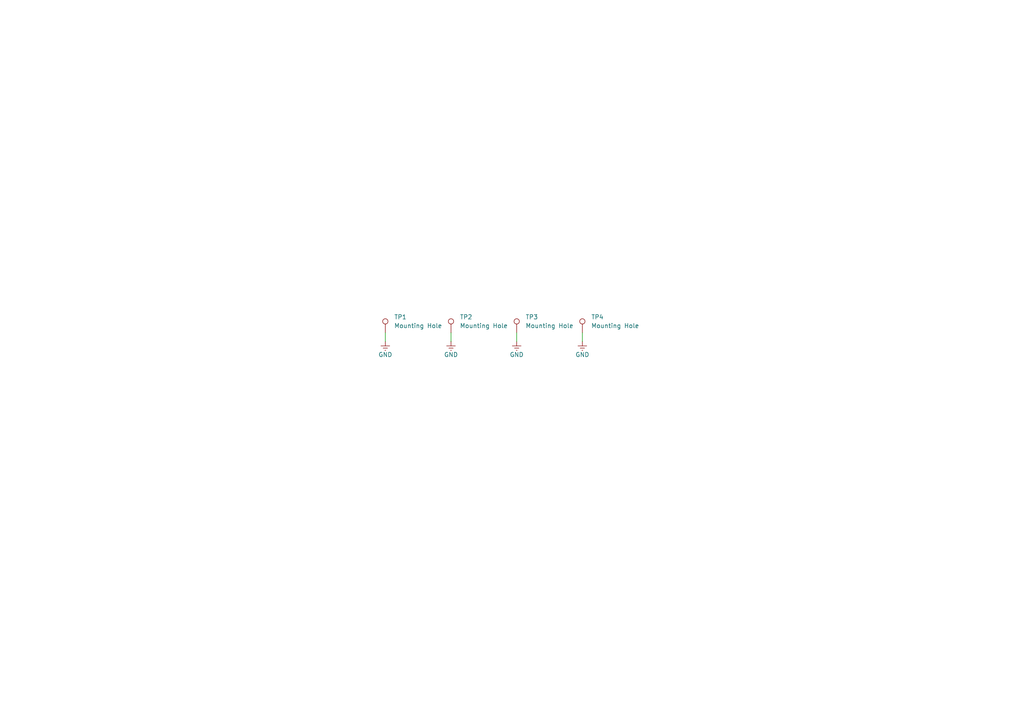
<source format=kicad_sch>
(kicad_sch (version 20231120) (generator "eeschema") (generator_version "8.0")
  (paper "A4")
  (lib_symbols
    (symbol "Connector:TestPoint" (pin_numbers hide) (pin_names (offset 0.762) hide)
      (property "Reference" "TP" (at 0 6.858 0))
      (property "Value" "TestPoint" (at 0 5.08 0))
      (symbol "TestPoint_0_1"
        (circle (center 0 3.302) (radius 0.762))
      )
      (symbol "TestPoint_1_1"
        (pin passive line (at 0 0 90) (length 2.54) (name "1") (number "1"))
      )
    )
    (symbol "power:GND" (power) (pin_numbers hide) (pin_names (offset 0) hide)
      (property "Value" "GND" (at 0 -3.81 0))
      (symbol "GND_0_1"
        (polyline (pts (xy -0.635 -1.905) (xy 0.635 -1.905)))
        (polyline (pts (xy -0.127 -2.54) (xy 0.127 -2.54)))
        (polyline (pts (xy 0 -1.27) (xy 0 0)))
        (polyline (pts (xy 1.27 -1.27) (xy -1.27 -1.27)))
      )
      (symbol "GND_1_1"
        (pin power_in line (at 0 0 270) (length 0) (name "~") (number "1"))
      )
    )
  )
  (wire (pts (xy 149.86 96.52) (xy 149.86 99.06)))
  (wire (pts (xy 168.91 96.52) (xy 168.91 99.06)))
  (wire (pts (xy 130.81 96.52) (xy 130.81 99.06)))
  (wire (pts (xy 111.76 96.52) (xy 111.76 99.06)))
  (symbol (lib_id "Connector:TestPoint") (at 149.86 96.52 0) (unit 1)
    (property "Reference" "TP3" (at 152.4 91.9479 0) (effects (justify left)))
    (property "Value" "Mounting Hole" (at 152.4 94.4879 0) (effects (justify left)))
    (property "Footprint" "MountingHole:MountingHole_2.2mm_M2_Pad_Via" (effects (hide yes)))
    (property "Description" "test point" (effects (hide yes)))
  )
  (symbol (lib_id "Connector:TestPoint") (at 130.81 96.52 0) (unit 1)
    (property "Reference" "TP2" (at 133.35 91.9479 0) (effects (justify left)))
    (property "Value" "Mounting Hole" (at 133.35 94.4879 0) (effects (justify left)))
    (property "Footprint" "MountingHole:MountingHole_2.2mm_M2_Pad_Via" (effects (hide yes)))
    (property "Description" "test point" (effects (hide yes)))
  )
  (symbol (lib_id "power:GND") (at 149.86 99.06 0) (unit 1)
    (property "Reference" "#PWR03" (effects (hide yes)))
    (property "Value" "GND" (at 149.86 102.87 0))
    (property "Description" "Power symbol creates a global label with name \"GND\" , ground" (effects (hide yes)))
  )
  (symbol (lib_id "power:GND") (at 111.76 99.06 0) (unit 1)
    (property "Reference" "#PWR01" (effects (hide yes)))
    (property "Value" "GND" (at 111.76 102.87 0))
    (property "Description" "Power symbol creates a global label with name \"GND\" , ground" (effects (hide yes)))
  )
  (symbol (lib_id "power:GND") (at 130.81 99.06 0) (unit 1)
    (property "Reference" "#PWR02" (effects (hide yes)))
    (property "Value" "GND" (at 130.81 102.87 0))
    (property "Description" "Power symbol creates a global label with name \"GND\" , ground" (effects (hide yes)))
  )
  (symbol (lib_id "power:GND") (at 168.91 99.06 0) (unit 1)
    (property "Reference" "#PWR04" (effects (hide yes)))
    (property "Value" "GND" (at 168.91 102.87 0))
    (property "Description" "Power symbol creates a global label with name \"GND\" , ground" (effects (hide yes)))
  )
  (symbol (lib_id "Connector:TestPoint") (at 111.76 96.52 0) (unit 1)
    (property "Reference" "TP1" (at 114.3 91.9479 0) (effects (justify left)))
    (property "Value" "Mounting Hole" (at 114.3 94.4879 0) (effects (justify left)))
    (property "Footprint" "MountingHole:MountingHole_2.2mm_M2_Pad_Via" (effects (hide yes)))
    (property "Description" "test point" (effects (hide yes)))
  )
  (symbol (lib_id "Connector:TestPoint") (at 168.91 96.52 0) (unit 1)
    (property "Reference" "TP4" (at 171.45 91.9479 0) (effects (justify left)))
    (property "Value" "Mounting Hole" (at 171.45 94.4879 0) (effects (justify left)))
    (property "Footprint" "MountingHole:MountingHole_2.2mm_M2_Pad_Via" (effects (hide yes)))
    (property "Description" "test point" (effects (hide yes)))
  )
)
</source>
